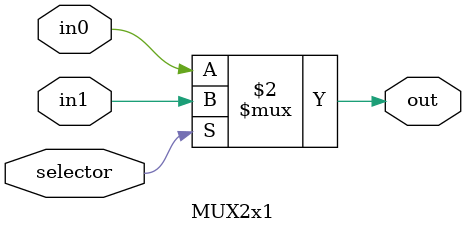
<source format=v>
module MUX2x1(
    input[N-1:0] in0, in1,
    input selector,
    output[N-1:0] out
);
    parameter N = 1;
    assign out = (selector == 0)? in0: in1;
endmodule
</source>
